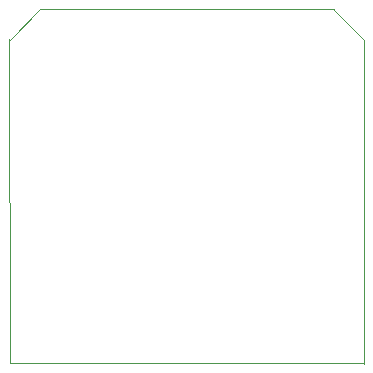
<source format=gbr>
G04 #@! TF.FileFunction,Profile,NP*
%FSLAX46Y46*%
G04 Gerber Fmt 4.6, Leading zero omitted, Abs format (unit mm)*
G04 Created by KiCad (PCBNEW (2014-12-04 BZR 5312)-product) date St 22. apríl 2015, 11:14:28 CEST*
%MOMM*%
G01*
G04 APERTURE LIST*
%ADD10C,0.100000*%
G04 APERTURE END LIST*
D10*
X214083900Y-64937640D02*
X238968280Y-64940180D01*
X241518440Y-94942660D02*
X241520980Y-67528440D01*
X211518500Y-67500500D02*
X211521040Y-94940120D01*
X211531200Y-67513200D02*
X214096600Y-64947800D01*
X238937800Y-64947800D02*
X241528600Y-67538600D01*
X211520000Y-94940000D02*
X241520000Y-94940000D01*
M02*

</source>
